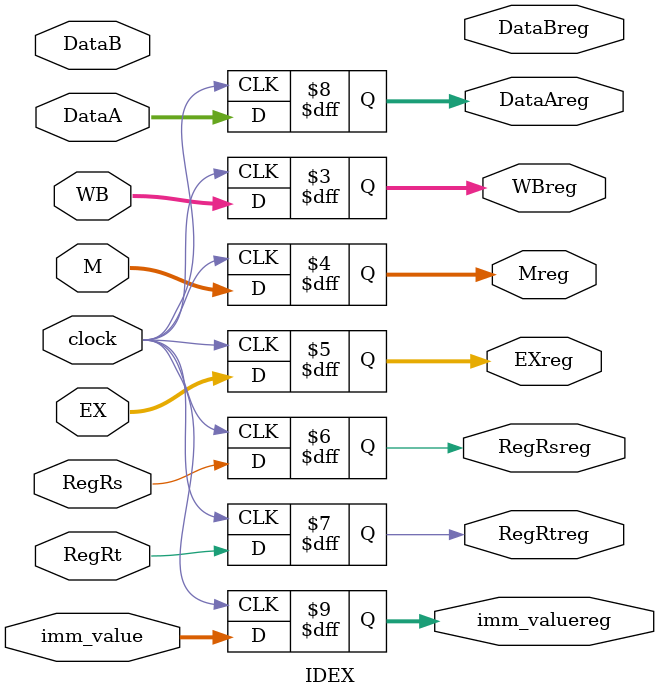
<source format=v>
module IDEX(clock,WB,M,EX,DataA,DataB,imm_value,RegRs,RegRt,WBreg,Mreg,EXreg,DataAreg,DataBreg,imm_valuereg,RegRsreg,RegRtreg);

	input clock;
	input [1:0] WB;
	input [1:0] M;
	input [1:0] EX;
	input [0:0] RegRs,RegRt;
	input [7:0] DataA,DataB,imm_value;
	output [1:0] WBreg;
	output [1:0] Mreg;
	output [1:0] EXreg;
	output [0:0] RegRsreg,RegRtreg;
	output [7:0] DataAreg,DataBreg,imm_valuereg;

	reg [1:0] WBreg;
	reg [1:0] Mreg;
	reg [1:0] EXreg;
	reg [0:0] RegRsreg,RegRtreg;
	reg [7:0] DataAreg,DataBreg,imm_valuereg;

	initial begin
		WBreg=0;
		Mreg=0;
		EXreg=0;
		DataAreg=0;
		imm_valuereg=0;
		RegRsreg=0;
		RegRtreg=0;
	end

	always@(posedge clock)
	begin
		WBreg<=WB;
		Mreg<=M;
		EXreg<=EX;
		DataAreg<=DataA;
		imm_valuereg<=imm_value;
		RegRsreg<=RegRs;
		RegRtreg<=RegRt;
	end
endmodule


</source>
